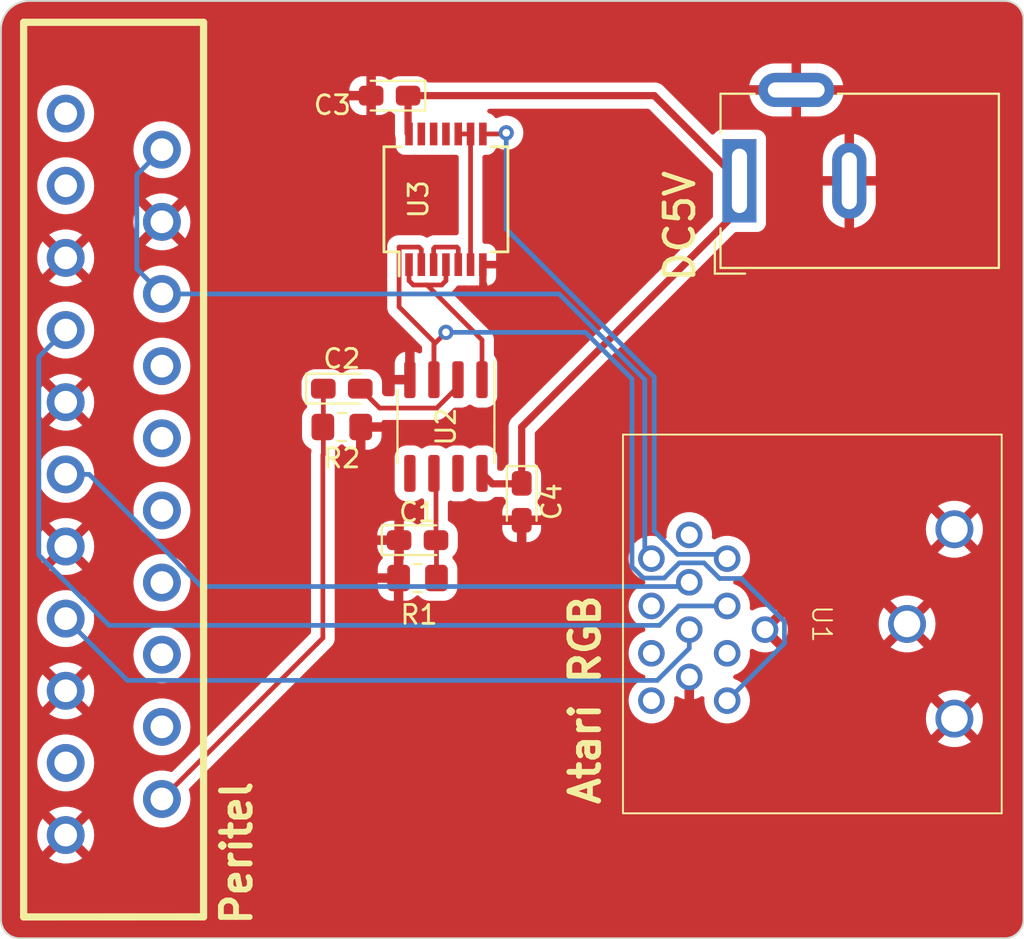
<source format=kicad_pcb>
(kicad_pcb (version 20221018) (generator pcbnew)
  (layers (0 "F.Cu" signal) (31 "B.Cu" signal) (34 "B.Paste" user) (35 "F.Paste" user) (36 "B.SilkS" user "B.Silkscreen") (37 "F.SilkS" user "F.Silkscreen") (38 "B.Mask" user) (39 "F.Mask" user) (44 "Edge.Cuts" user))
  (net 0 "")
  (net 1 "GND")
  (net 2 "Net-(U2-INT)")
  (net 3 "CVBS")
  (net 4 "Net-(U2-VIDEO)")
  (net 6 "AUDIO_L")
  (net 8 "VIDEO_B")
  (net 11 "VIDEO_G")
  (net 14 "VIDEO_R")
  (net 21 "HSYNC")
  (net 23 "VSYNC")
  (net 24 "Net-(U2-CSYNC)")
  (net 26 "+5V")
  (net 27 "Net-(U3-Pad3)")
  (net 28 "Net-(U3-Pad10)")
  (footprint "Package_SO:SSOP-14_5.3x6.2mm_P0.65mm" (layer "F.Cu") (at 141 71.475 90)
    (fp_text reference "U3" (at 0 -1.45 90) (layer "F.SilkS"))
    (fp_text value "74LS00")
    (fp_line (start -2.775 -3.275) (end -2.775 -2.475) (stroke (width 0.15)) (layer "F.SilkS"))
    (fp_line (start -2.775 -3.275) (end 2.775 -3.275) (stroke (width 0.15)) (layer "F.SilkS"))
    (fp_line (start -2.775 -2.475) (end -4.05 -2.475) (stroke (width 0.15)) (layer "F.SilkS"))
    (fp_line (start -2.775 3.275) (end -2.775 2.375) (stroke (width 0.15)) (layer "F.SilkS"))
    (fp_line (start -2.775 3.275) (end 2.775 3.275) (stroke (width 0.15)) (layer "F.SilkS"))
    (fp_line (start 2.775 -3.275) (end 2.775 -2.375) (stroke (width 0.15)) (layer "F.SilkS"))
    (fp_line (start 2.775 3.275) (end 2.775 2.375) (stroke (width 0.15)) (layer "F.SilkS"))
    (pad "1" smd rect (at -3.45 -1.95 90) (size 1.2 0.4) (layers "F.Cu" "F.Paste" "F.Mask") (net 24 "Net-(U2-CSYNC)"))
    (pad "2" smd rect (at -3.45 -1.3 90) (size 1.2 0.4) (layers "F.Cu" "F.Paste" "F.Mask") (net 23 "VSYNC"))
    (pad "3" smd rect (at -3.45 -0.65 90) (size 1.2 0.4) (layers "F.Cu" "F.Paste" "F.Mask") (net 27 "Net-(U3-Pad3)"))
    (pad "4" smd rect (at -3.45 0 90) (size 1.2 0.4) (layers "F.Cu" "F.Paste" "F.Mask") (net 24 "Net-(U2-CSYNC)"))
    (pad "5" smd rect (at -3.45 0.65 90) (size 1.2 0.4) (layers "F.Cu" "F.Paste" "F.Mask") (net 27 "Net-(U3-Pad3)"))
    (pad "6" smd rect (at -3.45 1.3 90) (size 1.2 0.4) (layers "F.Cu" "F.Paste" "F.Mask") (net 28 "Net-(U3-Pad10)"))
    (pad "7" smd rect (at -3.45 1.95 90) (size 1.2 0.4) (layers "F.Cu" "F.Paste" "F.Mask") (net 1 "GND"))
    (pad "8" smd rect (at 3.45 1.95 90) (size 1.2 0.4) (layers "F.Cu" "F.Paste" "F.Mask") (net 21 "HSYNC"))
    (pad "9" smd rect (at 3.45 1.3 90) (size 1.2 0.4) (layers "F.Cu" "F.Paste" "F.Mask") (net 28 "Net-(U3-Pad10)"))
    (pad "10" smd rect (at 3.45 0.65 90) (size 1.2 0.4) (layers "F.Cu" "F.Paste" "F.Mask") (net 28 "Net-(U3-Pad10)"))
    (pad "11" smd rect (at 3.45 0 90) (size 1.2 0.4) (layers "F.Cu" "F.Paste" "F.Mask"))
    (pad "12" smd rect (at 3.45 -0.65 90) (size 1.2 0.4) (layers "F.Cu" "F.Paste" "F.Mask"))
    (pad "13" smd rect (at 3.45 -1.3 90) (size 1.2 0.4) (layers "F.Cu" "F.Paste" "F.Mask"))
    (pad "14" smd rect (at 3.45 -1.95 90) (size 1.2 0.4) (layers "F.Cu" "F.Paste" "F.Mask") (net 26 "+5V"))
  )
  (footprint "Capacitor_Tantalum_SMD:CP_EIA-2012-15_AVX-P_Pad1.30x1.05mm_HandSolder" (layer "F.Cu") (at 138.025 66 180)
    (fp_text reference "C3" (at 3.025 -0.5) (layer "F.SilkS"))
    (fp_text value "0.1µF")
    (fp_line (start -1.885 -0.785) (end -1.885 0.785) (stroke (width 0.12)) (layer "F.SilkS"))
    (fp_line (start -1.885 0.785) (end 1 0.785) (stroke (width 0.12)) (layer "F.SilkS"))
    (fp_line (start 1 -0.785) (end -1.885 -0.785) (stroke (width 0.12)) (layer "F.SilkS"))
    (pad "1" smd roundrect (at -0.975 0 180) (size 1.3 1.05) (layers "F.Cu" "F.Paste" "F.Mask") (roundrect_rratio 0.238095) (net 26 "+5V"))
    (pad "2" smd roundrect (at 0.975 0 180) (size 1.3 1.05) (layers "F.Cu" "F.Paste" "F.Mask") (roundrect_rratio 0.238095) (net 1 "GND"))
  )
  (footprint "Capacitor_Tantalum_SMD:CP_EIA-2012-15_AVX-P_Pad1.30x1.05mm_HandSolder" (layer "F.Cu") (at 135.5 81.475)
    (fp_text reference "C2" (at 0 -1.58) (layer "F.SilkS"))
    (fp_text value "0.1µF")
    (fp_line (start -1.885 -0.785) (end -1.885 0.785) (stroke (width 0.12)) (layer "F.SilkS"))
    (fp_line (start -1.885 0.785) (end 1 0.785) (stroke (width 0.12)) (layer "F.SilkS"))
    (fp_line (start 1 -0.785) (end -1.885 -0.785) (stroke (width 0.12)) (layer "F.SilkS"))
    (pad "1" smd roundrect (at -0.975 0) (size 1.3 1.05) (layers "F.Cu" "F.Paste" "F.Mask") (roundrect_rratio 0.238095) (net 3 "CVBS"))
    (pad "2" smd roundrect (at 0.975 0) (size 1.3 1.05) (layers "F.Cu" "F.Paste" "F.Mask") (roundrect_rratio 0.238095) (net 4 "Net-(U2-VIDEO)"))
  )
  (footprint "Connector_BarrelJack:BarrelJack_Wuerth_6941xx301002" (layer "F.Cu") (at 156.5 70.5 90)
    (fp_text reference "J2" hide)
    (fp_text value "DC5V" (at -2.4 -3.15 270) (layer "F.SilkS") (effects (font (size 1.524 1.524) (thickness 0.25) bold)))
    (fp_line (start -4.9 -1.3) (end -4.9 0.3) (stroke (width 0.12)) (layer "F.SilkS"))
    (fp_line (start -4.6 -1) (end -2.5 -1) (stroke (width 0.12)) (layer "F.SilkS"))
    (fp_line (start -4.6 13.7) (end -4.6 -1) (stroke (width 0.12)) (layer "F.SilkS"))
    (fp_line (start -3.2 -1.3) (end -4.9 -1.3) (stroke (width 0.12)) (layer "F.SilkS"))
    (fp_line (start 2.5 -1) (end 4.6 -1) (stroke (width 0.12)) (layer "F.SilkS"))
    (fp_line (start 4.6 -1) (end 4.6 0.8) (stroke (width 0.12)) (layer "F.SilkS"))
    (fp_line (start 4.6 5.2) (end 4.6 13.7) (stroke (width 0.12)) (layer "F.SilkS"))
    (fp_line (start 4.6 13.7) (end -4.6 13.7) (stroke (width 0.12)) (layer "F.SilkS"))
    (pad "1" thru_hole rect (at 0 0 90) (size 4.4 1.8) (drill oval 3.4 0.8) (layers "*.Cu" "*.Mask") (net 26 "+5V"))
    (pad "2" thru_hole oval (at 0 5.8 90) (size 4 1.8) (drill oval 3 0.8) (layers "*.Cu" "*.Mask") (net 1 "GND"))
    (pad "3" thru_hole oval (at 4.8 3 180) (size 4 1.8) (drill oval 3 0.8) (layers "*.Cu" "*.Mask") (net 1 "GND"))
  )
  (footprint "Capacitor_Tantalum_SMD:CP_EIA-2012-15_AVX-P_Pad1.30x1.05mm_HandSolder" (layer "F.Cu") (at 145 87.45 -90)
    (fp_text reference "C4" (at 0 -1.58 90) (layer "F.SilkS"))
    (fp_text value "0.1µF")
    (fp_line (start -1.885 -0.785) (end -1.885 0.785) (stroke (width 0.12)) (layer "F.SilkS"))
    (fp_line (start -1.885 0.785) (end 1 0.785) (stroke (width 0.12)) (layer "F.SilkS"))
    (fp_line (start 1 -0.785) (end -1.885 -0.785) (stroke (width 0.12)) (layer "F.SilkS"))
    (pad "1" smd roundrect (at -0.975 0 270) (size 1.3 1.05) (layers "F.Cu" "F.Paste" "F.Mask") (roundrect_rratio 0.238095) (net 26 "+5V"))
    (pad "2" smd roundrect (at 0.975 0 270) (size 1.3 1.05) (layers "F.Cu" "F.Paste" "F.Mask") (roundrect_rratio 0.238095) (net 1 "GND"))
  )
  (footprint "Capacitor_Tantalum_SMD:CP_EIA-2012-15_AVX-P_Pad1.30x1.05mm_HandSolder" (layer "F.Cu") (at 139.5 89.475)
    (fp_text reference "C1" (at 0 -1.475) (layer "F.SilkS"))
    (fp_text value "0.1µ")
    (fp_line (start -1.885 -0.785) (end -1.885 0.785) (stroke (width 0.12)) (layer "F.SilkS"))
    (fp_line (start -1.885 0.785) (end 1 0.785) (stroke (width 0.12)) (layer "F.SilkS"))
    (fp_line (start 1 -0.785) (end -1.885 -0.785) (stroke (width 0.12)) (layer "F.SilkS"))
    (pad "1" smd roundrect (at -0.975 0) (size 1.3 1.05) (layers "F.Cu" "F.Paste" "F.Mask") (roundrect_rratio 0.238095) (net 1 "GND"))
    (pad "2" smd roundrect (at 0.975 0) (size 1.3 1.05) (layers "F.Cu" "F.Paste" "F.Mask") (roundrect_rratio 0.238095) (net 2 "Net-(U2-INT)"))
  )
  (footprint "Resistor_SMD:R_0805_2012Metric_Pad1.20x1.40mm_HandSolder" (layer "F.Cu") (at 135.5 83.5 180)
    (fp_text reference "R2" (at 0 -1.65) (layer "F.SilkS"))
    (fp_text value "75Ω")
    (fp_line (start -0.227064 -0.735) (end 0.227064 -0.735) (stroke (width 0.12)) (layer "F.SilkS"))
    (fp_line (start -0.227064 0.735) (end 0.227064 0.735) (stroke (width 0.12)) (layer "F.SilkS"))
    (pad "1" smd roundrect (at -1 0 180) (size 1.2 1.4) (layers "F.Cu" "F.Paste" "F.Mask") (roundrect_rratio 0.208333) (net 1 "GND"))
    (pad "2" smd roundrect (at 1 0 180) (size 1.2 1.4) (layers "F.Cu" "F.Paste" "F.Mask") (roundrect_rratio 0.208333) (net 3 "CVBS"))
  )
  (footprint "Resistor_SMD:R_0805_2012Metric_Pad1.20x1.40mm_HandSolder" (layer "F.Cu") (at 139.5 91.475)
    (fp_text reference "R1" (at 0.076589 1.938278) (layer "F.SilkS"))
    (fp_text value "680kΩ")
    (fp_line (start -0.227064 -0.735) (end 0.227064 -0.735) (stroke (width 0.12)) (layer "F.SilkS"))
    (fp_line (start -0.227064 0.735) (end 0.227064 0.735) (stroke (width 0.12)) (layer "F.SilkS"))
    (pad "1" smd roundrect (at -1 0) (size 1.2 1.4) (layers "F.Cu" "F.Paste" "F.Mask") (roundrect_rratio 0.208333) (net 1 "GND"))
    (pad "2" smd roundrect (at 1 0) (size 1.2 1.4) (layers "F.Cu" "F.Paste" "F.Mask") (roundrect_rratio 0.208333) (net 2 "Net-(U2-INT)"))
  )
  (footprint "sc1224-scart:SCART" (layer "F.Cu") (at 128.19964 86 90)
    (fp_text reference "J1")
    (fp_text value "Peritel" (at -20 1.75 270) (layer "F.SilkS") (effects (font (size 1.524 1.524) (thickness 0.3048))))
    (fp_line (start -23.372 -9.5) (end 23.872 -9.5) (stroke (width 0.381)) (layer "F.SilkS"))
    (fp_line (start -23.372 0) (end 23.872 0) (stroke (width 0.381)) (layer "F.SilkS"))
    (fp_line (start -23.368 0) (end -23.372 -9.5) (stroke (width 0.381)) (layer "F.SilkS"))
    (fp_line (start 23.872 -9.5) (end 23.872 0) (stroke (width 0.381)) (layer "F.SilkS"))
    (pad "1" thru_hole circle (at 19.05 -7.27964 90) (size 1.99898 1.99898) (drill 1.19888) (layers "*.Cu" "*.Mask"))
    (pad "2" thru_hole circle (at 17.145 -2.19964 90) (size 1.99898 1.99898) (drill 1.19888) (layers "*.Cu" "*.Mask") (net 6 "AUDIO_L"))
    (pad "3" thru_hole circle (at 15.24 -7.27964 90) (size 1.99898 1.99898) (drill 1.19888) (layers "*.Cu" "*.Mask"))
    (pad "4" thru_hole circle (at 13.335 -2.19964 90) (size 1.99898 1.99898) (drill 1.19888) (layers "*.Cu" "*.Mask") (net 1 "GND"))
    (pad "5" thru_hole circle (at 11.43 -7.27964 90) (size 1.99898 1.99898) (drill 1.19888) (layers "*.Cu" "*.Mask") (net 1 "GND"))
    (pad "6" thru_hole circle (at 9.525 -2.19964 90) (size 1.99898 1.99898) (drill 1.19888) (layers "*.Cu" "*.Mask") (net 6 "AUDIO_L"))
    (pad "7" thru_hole circle (at 7.62 -7.27964 90) (size 1.99898 1.99898) (drill 1.19888) (layers "*.Cu" "*.Mask") (net 8 "VIDEO_B"))
    (pad "8" thru_hole circle (at 5.715 -2.19964 90) (size 1.99898 1.99898) (drill 1.19888) (layers "*.Cu" "*.Mask"))
    (pad "9" thru_hole circle (at 3.81 -7.27964 90) (size 1.99898 1.99898) (drill 1.19888) (layers "*.Cu" "*.Mask") (net 1 "GND"))
    (pad "10" thru_hole circle (at 1.905 -2.19964 90) (size 1.99898 1.99898) (drill 1.19888) (layers "*.Cu" "*.Mask"))
    (pad "11" thru_hole circle (at 0 -7.27964 90) (size 1.99898 1.99898) (drill 1.19888) (layers "*.Cu" "*.Mask") (net 11 "VIDEO_G"))
    (pad "12" thru_hole circle (at -1.905 -2.19964 90) (size 1.99898 1.99898) (drill 1.19888) (layers "*.Cu" "*.Mask"))
    (pad "13" thru_hole circle (at -3.81 -7.27964 90) (size 1.99898 1.99898) (drill 1.19888) (layers "*.Cu" "*.Mask") (net 1 "GND"))
    (pad "14" thru_hole circle (at -5.715 -2.19964 90) (size 1.99898 1.99898) (drill 1.19888) (layers "*.Cu" "*.Mask"))
    (pad "15" thru_hole circle (at -7.62 -7.27964 90) (size 1.99898 1.99898) (drill 1.19888) (layers "*.Cu" "*.Mask") (net 14 "VIDEO_R"))
    (pad "16" thru_hole circle (at -9.525 -2.19964 90) (size 1.99898 1.99898) (drill 1.19888) (layers "*.Cu" "*.Mask"))
    (pad "17" thru_hole circle (at -11.43 -7.27964 90) (size 1.99898 1.99898) (drill 1.19888) (layers "*.Cu" "*.Mask") (net 1 "GND"))
    (pad "18" thru_hole circle (at -13.335 -2.19964 90) (size 1.99898 1.99898) (drill 1.19888) (layers "*.Cu" "*.Mask"))
    (pad "19" thru_hole circle (at -15.24 -7.27964 90) (size 1.99898 1.99898) (drill 1.19888) (layers "*.Cu" "*.Mask"))
    (pad "20" thru_hole circle (at -17.145 -2.19964 90) (size 1.99898 1.99898) (drill 1.19888) (layers "*.Cu" "*.Mask") (net 3 "CVBS"))
    (pad "21" thru_hole circle (at -19.05 -7.27964 90) (size 1.99898 1.99898) (drill 1.19888) (layers "*.Cu" "*.Mask") (net 1 "GND"))
  )
  (footprint "Package_SO:SOIC-8_3.9x4.9mm_P1.27mm" (layer "F.Cu") (at 141 83.475 -90)
    (fp_text reference "U2" (at 0 0 90) (layer "F.SilkS"))
    (fp_text value "LM1881")
    (fp_line (start 0 -2.56) (end -3.45 -2.56) (stroke (width 0.12)) (layer "F.SilkS"))
    (fp_line (start 0 -2.56) (end 1.95 -2.56) (stroke (width 0.12)) (layer "F.SilkS"))
    (fp_line (start 0 2.56) (end -1.95 2.56) (stroke (width 0.12)) (layer "F.SilkS"))
    (fp_line (start 0 2.56) (end 1.95 2.56) (stroke (width 0.12)) (layer "F.SilkS"))
    (pad "1" smd roundrect (at -2.475 -1.905 270) (size 1.95 0.6) (layers "F.Cu" "F.Paste" "F.Mask") (net 24 "Net-(U2-CSYNC)"))
    (pad "2" smd roundrect (at -2.475 -0.635 270) (size 1.95 0.6) (layers "F.Cu" "F.Paste" "F.Mask") (net 4 "Net-(U2-VIDEO)"))
    (pad "3" smd roundrect (at -2.475 0.635 270) (size 1.95 0.6) (layers "F.Cu" "F.Paste" "F.Mask") (net 23 "VSYNC"))
    (pad "4" smd roundrect (at -2.475 1.905 270) (size 1.95 0.6) (layers "F.Cu" "F.Paste" "F.Mask") (net 1 "GND"))
    (pad "5" smd roundrect (at 2.475 1.905 270) (size 1.95 0.6) (layers "F.Cu" "F.Paste" "F.Mask"))
    (pad "6" smd roundrect (at 2.475 0.635 270) (size 1.95 0.6) (layers "F.Cu" "F.Paste" "F.Mask") (net 2 "Net-(U2-INT)"))
    (pad "7" smd roundrect (at 2.475 -0.635 270) (size 1.95 0.6) (layers "F.Cu" "F.Paste" "F.Mask"))
    (pad "8" smd roundrect (at 2.475 -1.905 270) (size 1.95 0.6) (layers "F.Cu" "F.Paste" "F.Mask") (net 26 "+5V"))
  )
  (footprint "sc1224-scart:DIN-13" (layer "F.Cu") (at 170.35 93.9 -90)
    (fp_text reference "U1" (at 0 9.5 -90 unlocked) (layer "F.SilkS") (effects (font (thickness 0.1))))
    (fp_text value "Atari RGB" (at 4 22 90 unlocked) (layer "F.SilkS") (effects (font (size 1.524 1.524) (thickness 0.3048) bold)))
    (fp_line (start -10 0) (end 10 0) (stroke (width 0.1)) (layer "F.SilkS"))
    (fp_line (start -10 20) (end -10 0) (stroke (width 0.1)) (layer "F.SilkS"))
    (fp_line (start 10 0) (end 10 20) (stroke (width 0.1)) (layer "F.SilkS"))
    (fp_line (start 10 20) (end -10 20) (stroke (width 0.1)) (layer "F.SilkS"))
    (pad "" thru_hole circle (at -5 2.5 270) (size 2 2) (drill 1.4) (layers "*.Cu" "*.Mask") (net 1 "GND"))
    (pad "" thru_hole circle (at 0 5 270) (size 2 2) (drill 1.4) (layers "*.Cu" "*.Mask") (net 1 "GND"))
    (pad "" thru_hole circle (at 5 2.5 270) (size 2 2) (drill 1.4) (layers "*.Cu" "*.Mask") (net 1 "GND"))
    (pad "1" thru_hole circle (at -3.45 18.5 270) (size 1.4 1.4) (drill 0.9) (layers "*.Cu" "*.Mask") (net 6 "AUDIO_L"))
    (pad "2" thru_hole circle (at -0.95 18.5 270) (size 1.4 1.4) (drill 0.9) (layers "*.Cu" "*.Mask"))
    (pad "3" thru_hole circle (at 1.55 18.5 270) (size 1.4 1.4) (drill 0.9) (layers "*.Cu" "*.Mask"))
    (pad "4" thru_hole circle (at 4.05 18.5 270) (size 1.4 1.4) (drill 0.9) (layers "*.Cu" "*.Mask"))
    (pad "5" thru_hole circle (at -4.7 16.5 270) (size 1.4 1.4) (drill 0.9) (layers "*.Cu" "*.Mask"))
    (pad "6" thru_hole circle (at -2.2 16.5 270) (size 1.4 1.4) (drill 0.9) (layers "*.Cu" "*.Mask") (net 11 "VIDEO_G"))
    (pad "7" thru_hole circle (at 0.3 16.5 270) (size 1.4 1.4) (drill 0.9) (layers "*.Cu" "*.Mask") (net 14 "VIDEO_R"))
    (pad "8" thru_hole circle (at 2.8 16.5 270) (size 1.4 1.4) (drill 0.9) (layers "*.Cu" "*.Mask") (net 1 "GND"))
    (pad "9" thru_hole circle (at -3.45 14.5 270) (size 1.4 1.4) (drill 0.9) (layers "*.Cu" "*.Mask") (net 21 "HSYNC"))
    (pad "10" thru_hole circle (at -0.95 14.5 270) (size 1.4 1.4) (drill 0.9) (layers "*.Cu" "*.Mask") (net 8 "VIDEO_B"))
    (pad "11" thru_hole circle (at 1.55 14.5 270) (size 1.4 1.4) (drill 0.9) (layers "*.Cu" "*.Mask"))
    (pad "12" thru_hole circle (at 4.05 14.5 270) (size 1.4 1.4) (drill 0.9) (layers "*.Cu" "*.Mask") (net 23 "VSYNC"))
    (pad "13" thru_hole circle (at 0.3 12.5 270) (size 1.4 1.4) (drill 0.9) (layers "*.Cu" "*.Mask") (net 1 "GND"))
  )
  (gr_line (start 118.5 110.5) (end 170.5 110.5) (stroke (width 0.1)) (layer "Edge.Cuts"))
  (gr_arc (start 117.5 62.5) (mid 117.93934 61.43934) (end 119 61) (stroke (width 0.1)) (layer "Edge.Cuts"))
  (gr_arc (start 170.5 61) (mid 171.207107 61.292893) (end 171.5 62) (stroke (width 0.1)) (layer "Edge.Cuts"))
  (gr_line (start 171.5 100) (end 171.5 109.5) (stroke (width 0.1)) (layer "Edge.Cuts"))
  (gr_line (start 119 61) (end 170.5 61) (stroke (width 0.1)) (layer "Edge.Cuts"))
  (gr_line (start 171.5 62) (end 171.5 100) (stroke (width 0.1)) (layer "Edge.Cuts"))
  (gr_line (start 117.5 62.5) (end 117.5 109.5) (stroke (width 0.1)) (layer "Edge.Cuts"))
  (gr_arc (start 118.5 110.5) (mid 117.792893 110.207107) (end 117.5 109.5) (stroke (width 0.1)) (layer "Edge.Cuts"))
  (gr_arc (start 171.5 109.5) (mid 171.207107 110.207107) (end 170.5 110.5) (stroke (width 0.1)) (layer "Edge.Cuts"))
  (segment (start 143 76) (end 142.95 75.95) (width 0.381) (layer "F.Cu") (net 1))
  (segment (start 142.95 74.925) (end 142.95 75.95) (width 0.381) (layer "F.Cu") (net 1))
  (segment (start 153.85 96.7) (end 153.85 98.35) (width 0.508) (layer "F.Cu") (net 1))
  (segment (start 140.475 86.06) (end 140.365 85.95) (width 0.25) (layer "F.Cu") (net 2))
  (segment (start 140.5 91.475) (end 140.5 89.5) (width 0.25) (layer "F.Cu") (net 2))
  (segment (start 140.5 89.5) (end 140.475 89.475) (width 0.25) (layer "F.Cu") (net 2))
  (segment (start 140.475 89.475) (end 140.475 86.06) (width 0.25) (layer "F.Cu") (net 2))
  (segment (start 134.5 94.645) (end 134.5 84.975) (width 0.25) (layer "F.Cu") (net 3))
  (segment (start 126 103.145) (end 134.5 94.645) (width 0.25) (layer "F.Cu") (net 3))
  (segment (start 134.525 81.475) (end 134.525 84.95) (width 0.25) (layer "F.Cu") (net 3))
  (segment (start 134.525 84.95) (end 134.5 84.975) (width 0.25) (layer "F.Cu") (net 3))
  (segment (start 141.635 81.376751) (end 141.635 81) (width 0.25) (layer "F.Cu") (net 4))
  (segment (start 136.475 81.475) (end 137.5 82.5) (width 0.25) (layer "F.Cu") (net 4))
  (segment (start 140.511751 82.5) (end 141.635 81.376751) (width 0.25) (layer "F.Cu") (net 4))
  (segment (start 137.5 82.5) (end 140.511751 82.5) (width 0.25) (layer "F.Cu") (net 4))
  (segment (start 126 76.475) (end 146.975 76.475) (width 0.25) (layer "B.Cu") (net 6))
  (segment (start 151.5 81) (end 151.5 90.1) (width 0.25) (layer "B.Cu") (net 6))
  (segment (start 146.975 76.475) (end 151.5 81) (width 0.25) (layer "B.Cu") (net 6))
  (segment (start 126 68.855) (end 124.67551 70.17949) (width 0.25) (layer "B.Cu") (net 6))
  (segment (start 124.67551 70.17949) (end 124.67551 75.15051) (width 0.25) (layer "B.Cu") (net 6))
  (segment (start 124.67551 75.15051) (end 126 76.475) (width 0.25) (layer "B.Cu") (net 6))
  (segment (start 151.5 90.1) (end 151.85 90.45) (width 0.25) (layer "B.Cu") (net 6))
  (segment (start 155.85 92.95) (end 153.299569 92.95) (width 0.25) (layer "B.Cu") (net 8))
  (segment (start 119.5 79.8) (end 120.92 78.38) (width 0.25) (layer "B.Cu") (net 8))
  (segment (start 152.274569 93.975) (end 123.211888 93.975) (width 0.25) (layer "B.Cu") (net 8))
  (segment (start 119.5 90.263112) (end 119.5 79.8) (width 0.25) (layer "B.Cu") (net 8))
  (segment (start 123.211888 93.975) (end 119.5 90.263112) (width 0.25) (layer "B.Cu") (net 8))
  (segment (start 153.299569 92.95) (end 152.274569 93.975) (width 0.25) (layer "B.Cu") (net 8))
  (segment (start 122.158112 86) (end 128.083112 91.925) (width 0.25) (layer "B.Cu") (net 11))
  (segment (start 153.625 91.925) (end 153.85 91.7) (width 0.25) (layer "B.Cu") (net 11))
  (segment (start 128.083112 91.925) (end 153.625 91.925) (width 0.25) (layer "B.Cu") (net 11))
  (segment (start 120.92 86) (end 122.158112 86) (width 0.25) (layer "B.Cu") (net 11))
  (segment (start 152.158571 96.881378) (end 124.181378 96.881378) (width 0.25) (layer "B.Cu") (net 14))
  (segment (start 153.85 95.189949) (end 152.158571 96.881378) (width 0.25) (layer "B.Cu") (net 14))
  (segment (start 124.181378 96.881378) (end 120.92 93.62) (width 0.25) (layer "B.Cu") (net 14))
  (segment (start 153.85 94.2) (end 153.85 95.189949) (width 0.25) (layer "B.Cu") (net 14))
  (segment (start 144 68) (end 144.183175 67.963025) (width 0.25) (layer "F.Cu") (net 21))
  (segment (start 144.183175 67.963025) (end 143.975 68.025) (width 0.25) (layer "F.Cu") (net 21))
  (segment (start 142.95 68.025) (end 143.975 68.025) (width 0.25) (layer "F.Cu") (net 21))
  (via (at 144.183175 67.963025) (size 0.8) (drill 0.4) (layers "F.Cu" "B.Cu") (net 21))
  (segment (start 152 89) (end 153.225 90.225) (width 0.25) (layer "B.Cu") (net 21))
  (segment (start 153.225 90.225) (end 155.625 90.225) (width 0.25) (layer "B.Cu") (net 21))
  (segment (start 155.625 90.225) (end 155.85 90.45) (width 0.25) (layer "B.Cu") (net 21))
  (segment (start 152 80.863604) (end 152 89) (width 0.25) (layer "B.Cu") (net 21))
  (segment (start 144.183175 67.963025) (end 144.183175 73.046779) (width 0.25) (layer "B.Cu") (net 21))
  (segment (start 144.183175 73.046779) (end 152 80.863604) (width 0.25) (layer "B.Cu") (net 21))
  (segment (start 138.525 77.16) (end 138.525 74) (width 0.25) (layer "F.Cu") (net 23))
  (segment (start 140.365 79.135) (end 141 78.5) (width 0.25) (layer "F.Cu") (net 23))
  (segment (start 139.7 74.125) (end 139.7 74.925) (width 0.25) (layer "F.Cu") (net 23))
  (segment (start 138.525 74) (end 139.575 74) (width 0.25) (layer "F.Cu") (net 23))
  (segment (start 140.365 81) (end 140.365 79.135) (width 0.25) (layer "F.Cu") (net 23))
  (segment (start 139.575 74) (end 139.7 74.125) (width 0.25) (layer "F.Cu") (net 23))
  (segment (start 140.365 81) (end 140.365 79) (width 0.25) (layer "F.Cu") (net 23))
  (segment (start 140.365 79) (end 138.525 77.16) (width 0.25) (layer "F.Cu") (net 23))
  (via (at 141 78.5) (size 0.8) (drill 0.4) (layers "F.Cu" "B.Cu") (net 23))
  (segment (start 158.875 93.775431) (end 158.875 94.925) (width 0.25) (layer "B.Cu") (net 23))
  (segment (start 154.625431 90.675) (end 155.450431 91.5) (width 0.25) (layer "B.Cu") (net 23))
  (segment (start 153.325 90.675) (end 154.625431 90.675) (width 0.25) (layer "B.Cu") (net 23))
  (segment (start 148.363604 78.5) (end 150.825 80.961396) (width 0.25) (layer "B.Cu") (net 23))
  (segment (start 155.450431 91.5) (end 156.599569 91.5) (width 0.25) (layer "B.Cu") (net 23))
  (segment (start 156.599569 91.5) (end 158.875 93.775431) (width 0.25) (layer "B.Cu") (net 23))
  (segment (start 151.425431 91.475) (end 152.525 91.475) (width 0.25) (layer "B.Cu") (net 23))
  (segment (start 150.825 90.874569) (end 151.425431 91.475) (width 0.25) (layer "B.Cu") (net 23))
  (segment (start 152.525 91.475) (end 153.325 90.675) (width 0.25) (layer "B.Cu") (net 23))
  (segment (start 141 78.5) (end 148.363604 78.5) (width 0.25) (layer "B.Cu") (net 23))
  (segment (start 150.825 80.961396) (end 150.825 90.874569) (width 0.25) (layer "B.Cu") (net 23))
  (segment (start 158.875 94.925) (end 155.85 97.95) (width 0.25) (layer "B.Cu") (net 23))
  (segment (start 139.275 76) (end 140 76) (width 0.25) (layer "F.Cu") (net 24))
  (segment (start 140 76) (end 142.905 78.905) (width 0.25) (layer "F.Cu") (net 24))
  (segment (start 142.905 78.905) (end 142.905 81) (width 0.25) (layer "F.Cu") (net 24))
  (segment (start 139.05 75.775) (end 139.275 76) (width 0.25) (layer "F.Cu") (net 24))
  (segment (start 139.05 74.925) (end 139.05 75.775) (width 0.25) (layer "F.Cu") (net 24))
  (segment (start 140.775 76) (end 141 75.775) (width 0.25) (layer "F.Cu") (net 24))
  (segment (start 141 75.775) (end 141 74.925) (width 0.25) (layer "F.Cu") (net 24))
  (segment (start 140 76) (end 140.775 76) (width 0.25) (layer "F.Cu") (net 24))
  (segment (start 156.5 70.5) (end 156.5 72) (width 0.381) (layer "F.Cu") (net 26))
  (segment (start 156.5 72) (end 145 83.5) (width 0.381) (layer "F.Cu") (net 26))
  (segment (start 145 83.5) (end 145 86.475) (width 0.381) (layer "F.Cu") (net 26))
  (segment (start 156.5 70.5) (end 152 66) (width 0.381) (layer "F.Cu") (net 26))
  (segment (start 139 67.975) (end 139.05 68.025) (width 0.381) (layer "F.Cu") (net 26))
  (segment (start 152 66) (end 139 66) (width 0.381) (layer "F.Cu") (net 26))
  (segment (start 144.975 86.5) (end 143.455 86.5) (width 0.381) (layer "F.Cu") (net 26))
  (segment (start 145 86.475) (end 144.975 86.5) (width 0.381) (layer "F.Cu") (net 26))
  (segment (start 143.455 86.5) (end 142.905 85.95) (width 0.381) (layer "F.Cu") (net 26))
  (segment (start 139 66) (end 139 67.975) (width 0.381) (layer "F.Cu") (net 26))
  (segment (start 140.35 74.075) (end 140.425 74) (width 0.25) (layer "F.Cu") (net 27))
  (segment (start 141.65 74.075) (end 141.65 74.925) (width 0.25) (layer "F.Cu") (net 27))
  (segment (start 140.35 74.925) (end 140.35 74.075) (width 0.25) (layer "F.Cu") (net 27))
  (segment (start 141.575 74) (end 141.65 74.075) (width 0.25) (layer "F.Cu") (net 27))
  (segment (start 140.425 74) (end 141.575 74) (width 0.25) (layer "F.Cu") (net 27))
  (segment (start 141.65 68.025) (end 142.3 68.025) (width 0.25) (layer "F.Cu") (net 28))
  (segment (start 142.3 74.925) (end 142.3 68.025) (width 0.25) (layer "F.Cu") (net 28))
  (zone (net 1) (net_name "GND") (layer "F.Cu") (connect_pads (clearance 0.5)) (min_thickness 0.25) (fill yes (thermal_gap 0.5) (thermal_bridge_width 0.5))
    (polygon (pts (xy 117.5 61) (xy 171.5 61) (xy 171.5 110.5) (xy 117.5 110.5)))
  )
)
</source>
